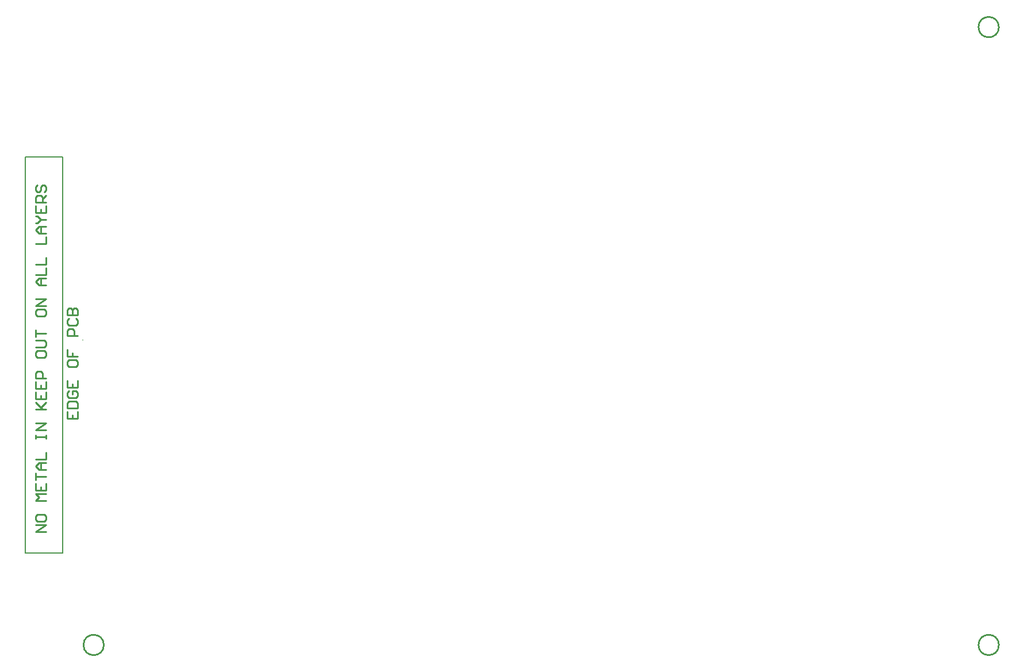
<source format=gko>
G04*
G04 #@! TF.GenerationSoftware,Altium Limited,CircuitStudio,1.5.2 (30)*
G04*
G04 Layer_Color=16711935*
%FSLAX25Y25*%
%MOIN*%
G70*
G01*
G75*
%ADD38C,0.01000*%
%ADD47C,0.00787*%
D38*
X542520Y17717D02*
G03*
X542520Y17717I-5906J0D01*
G01*
Y375984D02*
G03*
X542520Y375984I-5906J0D01*
G01*
X23622Y17717D02*
G03*
X23622Y17717I-5906J0D01*
G01*
X-9884Y83268D02*
X-15882D01*
X-9884Y87266D01*
X-15882D01*
Y92265D02*
Y90266D01*
X-14882Y89266D01*
X-10884D01*
X-9884Y90266D01*
Y92265D01*
X-10884Y93265D01*
X-14882D01*
X-15882Y92265D01*
X-9884Y101262D02*
X-15882D01*
X-13883Y103261D01*
X-15882Y105261D01*
X-9884D01*
X-15882Y111259D02*
Y107260D01*
X-9884D01*
Y111259D01*
X-12883Y107260D02*
Y109259D01*
X-15882Y113258D02*
Y117257D01*
Y115257D01*
X-9884D01*
Y119256D02*
X-13883D01*
X-15882Y121255D01*
X-13883Y123255D01*
X-9884D01*
X-12883D01*
Y119256D01*
X-15882Y125254D02*
X-9884D01*
Y129253D01*
X-15882Y137250D02*
Y139250D01*
Y138250D01*
X-9884D01*
Y137250D01*
Y139250D01*
Y142249D02*
X-15882D01*
X-9884Y146247D01*
X-15882D01*
Y154245D02*
X-9884D01*
X-11883D01*
X-15882Y158244D01*
X-12883Y155244D01*
X-9884Y158244D01*
X-15882Y164242D02*
Y160243D01*
X-9884D01*
Y164242D01*
X-12883Y160243D02*
Y162242D01*
X-15882Y170240D02*
Y166241D01*
X-9884D01*
Y170240D01*
X-12883Y166241D02*
Y168240D01*
X-9884Y172239D02*
X-15882D01*
Y175238D01*
X-14882Y176238D01*
X-12883D01*
X-11883Y175238D01*
Y172239D01*
X-15882Y187234D02*
Y185235D01*
X-14882Y184235D01*
X-10884D01*
X-9884Y185235D01*
Y187234D01*
X-10884Y188234D01*
X-14882D01*
X-15882Y187234D01*
Y190233D02*
X-10884D01*
X-9884Y191233D01*
Y193232D01*
X-10884Y194232D01*
X-15882D01*
Y196231D02*
Y200230D01*
Y198231D01*
X-9884D01*
X-15882Y211226D02*
Y209227D01*
X-14882Y208227D01*
X-10884D01*
X-9884Y209227D01*
Y211226D01*
X-10884Y212226D01*
X-14882D01*
X-15882Y211226D01*
X-9884Y214225D02*
X-15882D01*
X-9884Y218224D01*
X-15882D01*
X-9884Y226221D02*
X-13883D01*
X-15882Y228221D01*
X-13883Y230220D01*
X-9884D01*
X-12883D01*
Y226221D01*
X-15882Y232220D02*
X-9884D01*
Y236218D01*
X-15882Y238218D02*
X-9884D01*
Y242216D01*
X-15882Y250214D02*
X-9884D01*
Y254212D01*
Y256212D02*
X-13883D01*
X-15882Y258211D01*
X-13883Y260210D01*
X-9884D01*
X-12883D01*
Y256212D01*
X-15882Y262210D02*
X-14882D01*
X-12883Y264209D01*
X-14882Y266209D01*
X-15882D01*
X-12883Y264209D02*
X-9884D01*
X-15882Y272207D02*
Y268208D01*
X-9884D01*
Y272207D01*
X-12883Y268208D02*
Y270207D01*
X-9884Y274206D02*
X-15882D01*
Y277205D01*
X-14882Y278205D01*
X-12883D01*
X-11883Y277205D01*
Y274206D01*
Y276205D02*
X-9884Y278205D01*
X-14882Y284203D02*
X-15882Y283203D01*
Y281204D01*
X-14882Y280204D01*
X-13883D01*
X-12883Y281204D01*
Y283203D01*
X-11883Y284203D01*
X-10884D01*
X-9884Y283203D01*
Y281204D01*
X-10884Y280204D01*
X2270Y153015D02*
Y149016D01*
X8268D01*
Y153015D01*
X5269Y149016D02*
Y151015D01*
X2270Y155014D02*
X8268D01*
Y158013D01*
X7268Y159012D01*
X3269D01*
X2270Y158013D01*
Y155014D01*
X3269Y165011D02*
X2270Y164011D01*
Y162012D01*
X3269Y161012D01*
X7268D01*
X8268Y162012D01*
Y164011D01*
X7268Y165011D01*
X5269D01*
Y163011D01*
X2270Y171009D02*
Y167010D01*
X8268D01*
Y171009D01*
X5269Y167010D02*
Y169009D01*
X2270Y182005D02*
Y180006D01*
X3269Y179006D01*
X7268D01*
X8268Y180006D01*
Y182005D01*
X7268Y183005D01*
X3269D01*
X2270Y182005D01*
Y189003D02*
Y185004D01*
X5269D01*
Y187004D01*
Y185004D01*
X8268D01*
Y197000D02*
X2270D01*
Y199999D01*
X3269Y200999D01*
X5269D01*
X6268Y199999D01*
Y197000D01*
X3269Y206997D02*
X2270Y205997D01*
Y203998D01*
X3269Y202998D01*
X7268D01*
X8268Y203998D01*
Y205997D01*
X7268Y206997D01*
X2270Y208996D02*
X8268D01*
Y211995D01*
X7268Y212995D01*
X6268D01*
X5269Y211995D01*
Y208996D01*
Y211995D01*
X4269Y212995D01*
X3269D01*
X2270Y211995D01*
Y208996D01*
D47*
X-22047Y71063D02*
X-394D01*
X-22047Y300590D02*
X-394D01*
X-22047Y71063D02*
Y300590D01*
X-394Y71063D02*
Y178937D01*
X-394D02*
Y300590D01*
X-394Y194685D02*
Y194685D01*
X11417Y194685D02*
Y194685D01*
X11417Y194685D02*
X11417Y194685D01*
M02*

</source>
